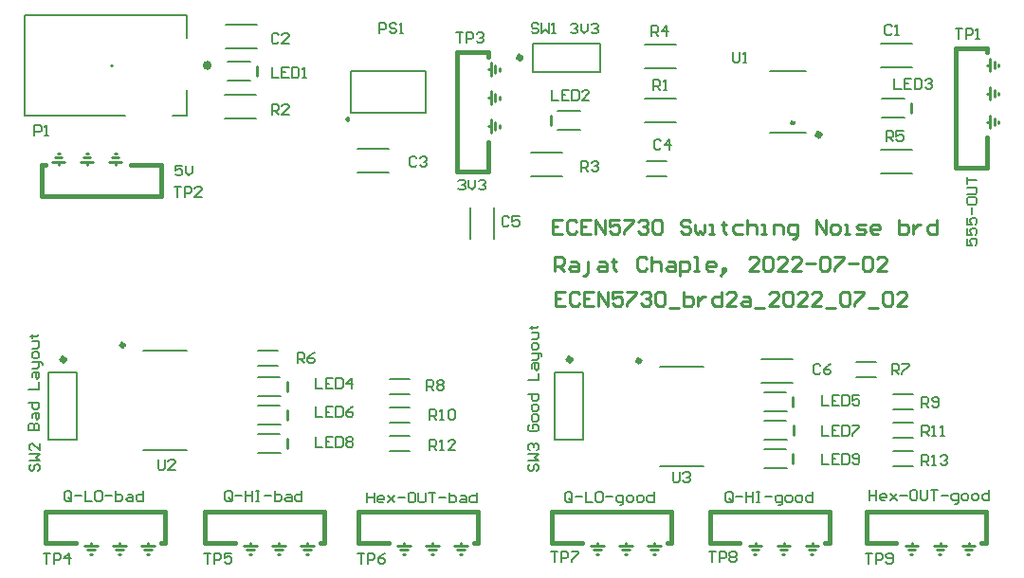
<source format=gto>
G04*
G04 #@! TF.GenerationSoftware,Altium Limited,Altium Designer,22.1.2 (22)*
G04*
G04 Layer_Color=65535*
%FSLAX25Y25*%
%MOIN*%
G70*
G04*
G04 #@! TF.SameCoordinates,52BC5A9B-E7CF-49AA-A5AC-D027EE08C1C4*
G04*
G04*
G04 #@! TF.FilePolarity,Positive*
G04*
G01*
G75*
%ADD10C,0.02000*%
%ADD11C,0.01575*%
%ADD12C,0.00600*%
%ADD13C,0.01500*%
%ADD14C,0.01181*%
%ADD15C,0.01000*%
%ADD16C,0.00787*%
%ADD17C,0.00500*%
%ADD18C,0.00787*%
%ADD19C,0.00900*%
D10*
X17155Y75911D02*
G03*
X17155Y75911I-500J0D01*
G01*
X177637Y182156D02*
G03*
X177637Y182156I-500J0D01*
G01*
X195156Y75911D02*
G03*
X195156Y75911I-500J0D01*
G01*
X282720Y155000D02*
G03*
X282720Y155000I-492J0D01*
G01*
D11*
X68110Y179400D02*
G03*
X68110Y179400I-787J0D01*
G01*
D12*
X117207Y160394D02*
G03*
X117207Y160394I-707J0D01*
G01*
X190500Y163300D02*
X198400D01*
X190600Y156700D02*
X198500D01*
X85100Y43200D02*
X93000D01*
X85000Y49800D02*
X92900D01*
X85100Y53200D02*
X93000D01*
X85000Y59800D02*
X92900D01*
X85100Y63200D02*
X93000D01*
X85000Y69800D02*
X92900D01*
X131300Y43800D02*
X138300D01*
X131300Y49200D02*
X138300D01*
X131300Y53800D02*
X138300D01*
X131300Y59200D02*
X138300D01*
X73760Y185300D02*
X84760D01*
X73760Y193700D02*
X84760D01*
X73500Y169200D02*
X84500D01*
X73500Y160800D02*
X84500D01*
X74600Y174200D02*
X82500D01*
X74500Y180800D02*
X82400D01*
X144200Y162700D02*
Y177300D01*
X117800D02*
X144200D01*
X117800Y162700D02*
Y177300D01*
Y162700D02*
X144200D01*
X263053Y57700D02*
X270953D01*
X262953Y64300D02*
X270853D01*
X263053Y37700D02*
X270953D01*
X262953Y44300D02*
X270853D01*
X263147Y47700D02*
X271047D01*
X263047Y54300D02*
X270947D01*
X308300Y38300D02*
X315300D01*
X308300Y43700D02*
X315300D01*
X308300Y48300D02*
X315300D01*
X308300Y53700D02*
X315300D01*
X308300Y58300D02*
X315300D01*
X308300Y63700D02*
X315300D01*
X262000Y76200D02*
X273000D01*
X262000Y67800D02*
X273000D01*
X295300Y69800D02*
X302300D01*
X295300Y75200D02*
X302300D01*
X221000Y178300D02*
X232000D01*
X221000Y186700D02*
X232000D01*
X221768Y140300D02*
X228768D01*
X221768Y145700D02*
X228768D01*
X221000Y159300D02*
X232000D01*
X221000Y167700D02*
X232000D01*
X304000Y149700D02*
X315000D01*
X304000Y141300D02*
X315000D01*
X304600Y161200D02*
X312500D01*
X304500Y167800D02*
X312400D01*
X304000Y178800D02*
X315000D01*
X304000Y187200D02*
X315000D01*
X131300Y63800D02*
X138300D01*
X131300Y69200D02*
X138300D01*
X85268Y73800D02*
X92269D01*
X85268Y79200D02*
X92269D01*
X120000Y150200D02*
X131000D01*
X120000Y141800D02*
X131000D01*
X168200Y118250D02*
Y129250D01*
X159800Y118250D02*
Y129250D01*
X181260Y148700D02*
X192260D01*
X181260Y140300D02*
X192260D01*
X334301Y118499D02*
Y116100D01*
X336101D01*
X335501Y117300D01*
Y117899D01*
X336101Y118499D01*
X337300D01*
X337900Y117899D01*
Y116700D01*
X337300Y116100D01*
X334301Y122098D02*
Y119699D01*
X336101D01*
X335501Y120898D01*
Y121498D01*
X336101Y122098D01*
X337300D01*
X337900Y121498D01*
Y120299D01*
X337300Y119699D01*
X334301Y125697D02*
Y123298D01*
X336101D01*
X335501Y124497D01*
Y125097D01*
X336101Y125697D01*
X337300D01*
X337900Y125097D01*
Y123898D01*
X337300Y123298D01*
X336101Y126897D02*
Y129296D01*
X334301Y132295D02*
Y131095D01*
X334901Y130495D01*
X337300D01*
X337900Y131095D01*
Y132295D01*
X337300Y132895D01*
X334901D01*
X334301Y132295D01*
Y134094D02*
X337300D01*
X337900Y134694D01*
Y135894D01*
X337300Y136493D01*
X334301D01*
Y137693D02*
Y140092D01*
Y138893D01*
X337900D01*
X155600Y138599D02*
X156200Y139199D01*
X157399D01*
X157999Y138599D01*
Y137999D01*
X157399Y137399D01*
X156800D01*
X157399D01*
X157999Y136800D01*
Y136200D01*
X157399Y135600D01*
X156200D01*
X155600Y136200D01*
X159199Y139199D02*
Y136800D01*
X160398Y135600D01*
X161598Y136800D01*
Y139199D01*
X162798Y138599D02*
X163398Y139199D01*
X164597D01*
X165197Y138599D01*
Y137999D01*
X164597Y137399D01*
X163997D01*
X164597D01*
X165197Y136800D01*
Y136200D01*
X164597Y135600D01*
X163398D01*
X162798Y136200D01*
X58499Y144199D02*
X56100D01*
Y142399D01*
X57300Y142999D01*
X57899D01*
X58499Y142399D01*
Y141200D01*
X57899Y140600D01*
X56700D01*
X56100Y141200D01*
X59699Y144199D02*
Y141800D01*
X60899Y140600D01*
X62098Y141800D01*
Y144199D01*
X300100Y29899D02*
Y26300D01*
Y28099D01*
X302499D01*
Y29899D01*
Y26300D01*
X305498D02*
X304299D01*
X303699Y26899D01*
Y28099D01*
X304299Y28699D01*
X305498D01*
X306098Y28099D01*
Y27499D01*
X303699D01*
X307298Y28699D02*
X309697Y26300D01*
X308497Y27499D01*
X309697Y28699D01*
X307298Y26300D01*
X310896Y28099D02*
X313296D01*
X316295Y29899D02*
X315095D01*
X314495Y29299D01*
Y26899D01*
X315095Y26300D01*
X316295D01*
X316895Y26899D01*
Y29299D01*
X316295Y29899D01*
X318094D02*
Y26899D01*
X318694Y26300D01*
X319894D01*
X320493Y26899D01*
Y29899D01*
X321693D02*
X324092D01*
X322893D01*
Y26300D01*
X325292Y28099D02*
X327691D01*
X330090Y25100D02*
X330690D01*
X331290Y25700D01*
Y28699D01*
X329490D01*
X328891Y28099D01*
Y26899D01*
X329490Y26300D01*
X331290D01*
X333089D02*
X334289D01*
X334889Y26899D01*
Y28099D01*
X334289Y28699D01*
X333089D01*
X332490Y28099D01*
Y26899D01*
X333089Y26300D01*
X336688D02*
X337888D01*
X338488Y26899D01*
Y28099D01*
X337888Y28699D01*
X336688D01*
X336088Y28099D01*
Y26899D01*
X336688Y26300D01*
X342087Y29899D02*
Y26300D01*
X340287D01*
X339687Y26899D01*
Y28099D01*
X340287Y28699D01*
X342087D01*
X251999Y26399D02*
Y28799D01*
X251399Y29399D01*
X250200D01*
X249600Y28799D01*
Y26399D01*
X250200Y25800D01*
X251399D01*
X250800Y26999D02*
X251999Y25800D01*
X251399D02*
X251999Y26399D01*
X253199Y27599D02*
X255598D01*
X256798Y29399D02*
Y25800D01*
Y27599D01*
X259197D01*
Y29399D01*
Y25800D01*
X260397Y29399D02*
X261596D01*
X260996D01*
Y25800D01*
X260397D01*
X261596D01*
X263396Y27599D02*
X265795D01*
X268194Y24600D02*
X268794D01*
X269394Y25200D01*
Y28199D01*
X267594D01*
X266994Y27599D01*
Y26399D01*
X267594Y25800D01*
X269394D01*
X271193D02*
X272393D01*
X272992Y26399D01*
Y27599D01*
X272393Y28199D01*
X271193D01*
X270593Y27599D01*
Y26399D01*
X271193Y25800D01*
X274792D02*
X275992D01*
X276591Y26399D01*
Y27599D01*
X275992Y28199D01*
X274792D01*
X274192Y27599D01*
Y26399D01*
X274792Y25800D01*
X280190Y29399D02*
Y25800D01*
X278391D01*
X277791Y26399D01*
Y27599D01*
X278391Y28199D01*
X280190D01*
X195499Y26399D02*
Y28799D01*
X194899Y29399D01*
X193700D01*
X193100Y28799D01*
Y26399D01*
X193700Y25800D01*
X194899D01*
X194300Y26999D02*
X195499Y25800D01*
X194899D02*
X195499Y26399D01*
X196699Y27599D02*
X199098D01*
X200298Y29399D02*
Y25800D01*
X202697D01*
X205696Y29399D02*
X204496D01*
X203896Y28799D01*
Y26399D01*
X204496Y25800D01*
X205696D01*
X206296Y26399D01*
Y28799D01*
X205696Y29399D01*
X207495Y27599D02*
X209895D01*
X212294Y24600D02*
X212894D01*
X213493Y25200D01*
Y28199D01*
X211694D01*
X211094Y27599D01*
Y26399D01*
X211694Y25800D01*
X213493D01*
X215293D02*
X216493D01*
X217092Y26399D01*
Y27599D01*
X216493Y28199D01*
X215293D01*
X214693Y27599D01*
Y26399D01*
X215293Y25800D01*
X218892D02*
X220091D01*
X220691Y26399D01*
Y27599D01*
X220091Y28199D01*
X218892D01*
X218292Y27599D01*
Y26399D01*
X218892Y25800D01*
X224290Y29399D02*
Y25800D01*
X222491D01*
X221891Y26399D01*
Y27599D01*
X222491Y28199D01*
X224290D01*
X123600Y29199D02*
Y25600D01*
Y27399D01*
X125999D01*
Y29199D01*
Y25600D01*
X128998D02*
X127799D01*
X127199Y26200D01*
Y27399D01*
X127799Y27999D01*
X128998D01*
X129598Y27399D01*
Y26800D01*
X127199D01*
X130798Y27999D02*
X133197Y25600D01*
X131997Y26800D01*
X133197Y27999D01*
X130798Y25600D01*
X134397Y27399D02*
X136796D01*
X139795Y29199D02*
X138595D01*
X137995Y28599D01*
Y26200D01*
X138595Y25600D01*
X139795D01*
X140395Y26200D01*
Y28599D01*
X139795Y29199D01*
X141594D02*
Y26200D01*
X142194Y25600D01*
X143394D01*
X143993Y26200D01*
Y29199D01*
X145193D02*
X147592D01*
X146393D01*
Y25600D01*
X148792Y27399D02*
X151191D01*
X152391Y29199D02*
Y25600D01*
X154190D01*
X154790Y26200D01*
Y26800D01*
Y27399D01*
X154190Y27999D01*
X152391D01*
X156589D02*
X157789D01*
X158389Y27399D01*
Y25600D01*
X156589D01*
X155990Y26200D01*
X156589Y26800D01*
X158389D01*
X161988Y29199D02*
Y25600D01*
X160188D01*
X159588Y26200D01*
Y27399D01*
X160188Y27999D01*
X161988D01*
X75999Y26700D02*
Y29099D01*
X75399Y29699D01*
X74200D01*
X73600Y29099D01*
Y26700D01*
X74200Y26100D01*
X75399D01*
X74800Y27300D02*
X75999Y26100D01*
X75399D02*
X75999Y26700D01*
X77199Y27899D02*
X79598D01*
X80798Y29699D02*
Y26100D01*
Y27899D01*
X83197D01*
Y29699D01*
Y26100D01*
X84396Y29699D02*
X85596D01*
X84996D01*
Y26100D01*
X84396D01*
X85596D01*
X87396Y27899D02*
X89795D01*
X90994Y29699D02*
Y26100D01*
X92794D01*
X93394Y26700D01*
Y27300D01*
Y27899D01*
X92794Y28499D01*
X90994D01*
X95193D02*
X96393D01*
X96992Y27899D01*
Y26100D01*
X95193D01*
X94593Y26700D01*
X95193Y27300D01*
X96992D01*
X100591Y29699D02*
Y26100D01*
X98792D01*
X98192Y26700D01*
Y27899D01*
X98792Y28499D01*
X100591D01*
X19499Y26700D02*
Y29099D01*
X18899Y29699D01*
X17700D01*
X17100Y29099D01*
Y26700D01*
X17700Y26100D01*
X18899D01*
X18300Y27300D02*
X19499Y26100D01*
X18899D02*
X19499Y26700D01*
X20699Y27899D02*
X23098D01*
X24298Y29699D02*
Y26100D01*
X26697D01*
X29696Y29699D02*
X28496D01*
X27896Y29099D01*
Y26700D01*
X28496Y26100D01*
X29696D01*
X30296Y26700D01*
Y29099D01*
X29696Y29699D01*
X31495Y27899D02*
X33895D01*
X35094Y29699D02*
Y26100D01*
X36894D01*
X37493Y26700D01*
Y27300D01*
Y27899D01*
X36894Y28499D01*
X35094D01*
X39293D02*
X40492D01*
X41092Y27899D01*
Y26100D01*
X39293D01*
X38693Y26700D01*
X39293Y27300D01*
X41092D01*
X44691Y29699D02*
Y26100D01*
X42892D01*
X42292Y26700D01*
Y27899D01*
X42892Y28499D01*
X44691D01*
X195100Y193599D02*
X195700Y194199D01*
X196899D01*
X197499Y193599D01*
Y192999D01*
X196899Y192399D01*
X196300D01*
X196899D01*
X197499Y191800D01*
Y191200D01*
X196899Y190600D01*
X195700D01*
X195100Y191200D01*
X198699Y194199D02*
Y191800D01*
X199899Y190600D01*
X201098Y191800D01*
Y194199D01*
X202298Y193599D02*
X202898Y194199D01*
X204097D01*
X204697Y193599D01*
Y192999D01*
X204097Y192399D01*
X203497D01*
X204097D01*
X204697Y191800D01*
Y191200D01*
X204097Y190600D01*
X202898D01*
X202298Y191200D01*
X180701Y52999D02*
X180102Y52399D01*
Y51200D01*
X180701Y50600D01*
X183101D01*
X183700Y51200D01*
Y52399D01*
X183101Y52999D01*
X181901D01*
Y51800D01*
X183700Y54799D02*
Y55998D01*
X183101Y56598D01*
X181901D01*
X181301Y55998D01*
Y54799D01*
X181901Y54199D01*
X183101D01*
X183700Y54799D01*
Y58398D02*
Y59597D01*
X183101Y60197D01*
X181901D01*
X181301Y59597D01*
Y58398D01*
X181901Y57798D01*
X183101D01*
X183700Y58398D01*
X180102Y63796D02*
X183700D01*
Y61996D01*
X183101Y61396D01*
X181901D01*
X181301Y61996D01*
Y63796D01*
X180102Y68594D02*
X183700D01*
Y70993D01*
X181301Y72793D02*
Y73993D01*
X181901Y74592D01*
X183700D01*
Y72793D01*
X183101Y72193D01*
X182501Y72793D01*
Y74592D01*
X181301Y75792D02*
X183101D01*
X183700Y76392D01*
Y78191D01*
X184300D01*
X184900Y77591D01*
Y76991D01*
X183700Y78191D02*
X181301D01*
X183700Y79991D02*
Y81190D01*
X183101Y81790D01*
X181901D01*
X181301Y81190D01*
Y79991D01*
X181901Y79391D01*
X183101D01*
X183700Y79991D01*
X181301Y82990D02*
X183101D01*
X183700Y83589D01*
Y85389D01*
X181301D01*
X180701Y87188D02*
X181301D01*
Y86588D01*
Y87788D01*
Y87188D01*
X183101D01*
X183700Y87788D01*
X4602Y51100D02*
X8200D01*
Y52899D01*
X7601Y53499D01*
X7001D01*
X6401Y52899D01*
Y51100D01*
Y52899D01*
X5801Y53499D01*
X5201D01*
X4602Y52899D01*
Y51100D01*
X5801Y55299D02*
Y56498D01*
X6401Y57098D01*
X8200D01*
Y55299D01*
X7601Y54699D01*
X7001Y55299D01*
Y57098D01*
X4602Y60697D02*
X8200D01*
Y58898D01*
X7601Y58298D01*
X6401D01*
X5801Y58898D01*
Y60697D01*
X4602Y65495D02*
X8200D01*
Y67895D01*
X5801Y69694D02*
Y70894D01*
X6401Y71493D01*
X8200D01*
Y69694D01*
X7601Y69094D01*
X7001Y69694D01*
Y71493D01*
X5801Y72693D02*
X7601D01*
X8200Y73293D01*
Y75092D01*
X8800D01*
X9400Y74493D01*
Y73893D01*
X8200Y75092D02*
X5801D01*
X8200Y76892D02*
Y78091D01*
X7601Y78691D01*
X6401D01*
X5801Y78091D01*
Y76892D01*
X6401Y76292D01*
X7601D01*
X8200Y76892D01*
X5801Y79891D02*
X7601D01*
X8200Y80490D01*
Y82290D01*
X5801D01*
X5201Y84089D02*
X5801D01*
Y83490D01*
Y84689D01*
Y84089D01*
X7601D01*
X8200Y84689D01*
X231001Y36299D02*
Y33300D01*
X231601Y32701D01*
X232800D01*
X233400Y33300D01*
Y36299D01*
X234600Y35700D02*
X235200Y36299D01*
X236399D01*
X236999Y35700D01*
Y35100D01*
X236399Y34500D01*
X235799D01*
X236399D01*
X236999Y33900D01*
Y33300D01*
X236399Y32701D01*
X235200D01*
X234600Y33300D01*
X50001Y40799D02*
Y37800D01*
X50601Y37201D01*
X51800D01*
X52400Y37800D01*
Y40799D01*
X55999Y37201D02*
X53600D01*
X55999Y39600D01*
Y40200D01*
X55399Y40799D01*
X54200D01*
X53600Y40200D01*
X252100Y183999D02*
Y181000D01*
X252700Y180400D01*
X253899D01*
X254499Y181000D01*
Y183999D01*
X255699Y180400D02*
X256898D01*
X256299D01*
Y183999D01*
X255699Y183399D01*
X298702Y7799D02*
X301101D01*
X299901D01*
Y4201D01*
X302300D02*
Y7799D01*
X304100D01*
X304700Y7200D01*
Y6000D01*
X304100Y5400D01*
X302300D01*
X305899Y4800D02*
X306499Y4201D01*
X307699D01*
X308298Y4800D01*
Y7200D01*
X307699Y7799D01*
X306499D01*
X305899Y7200D01*
Y6600D01*
X306499Y6000D01*
X308298D01*
X243702Y8299D02*
X246101D01*
X244901D01*
Y4701D01*
X247300D02*
Y8299D01*
X249100D01*
X249700Y7700D01*
Y6500D01*
X249100Y5900D01*
X247300D01*
X250899Y7700D02*
X251499Y8299D01*
X252699D01*
X253298Y7700D01*
Y7100D01*
X252699Y6500D01*
X253298Y5900D01*
Y5300D01*
X252699Y4701D01*
X251499D01*
X250899Y5300D01*
Y5900D01*
X251499Y6500D01*
X250899Y7100D01*
Y7700D01*
X251499Y6500D02*
X252699D01*
X188201Y8299D02*
X190601D01*
X189401D01*
Y4701D01*
X191800D02*
Y8299D01*
X193600D01*
X194200Y7700D01*
Y6500D01*
X193600Y5900D01*
X191800D01*
X195399Y8299D02*
X197799D01*
Y7700D01*
X195399Y5300D01*
Y4701D01*
X120202Y7799D02*
X122601D01*
X121401D01*
Y4201D01*
X123800D02*
Y7799D01*
X125600D01*
X126200Y7200D01*
Y6000D01*
X125600Y5400D01*
X123800D01*
X129798Y7799D02*
X128599Y7200D01*
X127399Y6000D01*
Y4800D01*
X127999Y4201D01*
X129199D01*
X129798Y4800D01*
Y5400D01*
X129199Y6000D01*
X127399D01*
X66202Y7799D02*
X68601D01*
X67401D01*
Y4201D01*
X69800D02*
Y7799D01*
X71600D01*
X72200Y7200D01*
Y6000D01*
X71600Y5400D01*
X69800D01*
X75798Y7799D02*
X73399D01*
Y6000D01*
X74599Y6600D01*
X75199D01*
X75798Y6000D01*
Y4800D01*
X75199Y4201D01*
X73999D01*
X73399Y4800D01*
X9702Y7799D02*
X12101D01*
X10901D01*
Y4201D01*
X13300D02*
Y7799D01*
X15100D01*
X15700Y7200D01*
Y6000D01*
X15100Y5400D01*
X13300D01*
X18699Y4201D02*
Y7799D01*
X16899Y6000D01*
X19298D01*
X154800Y190999D02*
X157199D01*
X156000D01*
Y187400D01*
X158399D02*
Y190999D01*
X160198D01*
X160798Y190399D01*
Y189199D01*
X160198Y188600D01*
X158399D01*
X161998Y190399D02*
X162598Y190999D01*
X163797D01*
X164397Y190399D01*
Y189799D01*
X163797Y189199D01*
X163197D01*
X163797D01*
X164397Y188600D01*
Y188000D01*
X163797Y187400D01*
X162598D01*
X161998Y188000D01*
X55702Y136799D02*
X58101D01*
X56901D01*
Y133201D01*
X59300D02*
Y136799D01*
X61100D01*
X61700Y136200D01*
Y135000D01*
X61100Y134400D01*
X59300D01*
X65298Y133201D02*
X62899D01*
X65298Y135600D01*
Y136200D01*
X64699Y136799D01*
X63499D01*
X62899Y136200D01*
X330400Y192399D02*
X332799D01*
X331600D01*
Y188800D01*
X333999D02*
Y192399D01*
X335798D01*
X336398Y191799D01*
Y190599D01*
X335798Y190000D01*
X333999D01*
X337598Y188800D02*
X338797D01*
X338197D01*
Y192399D01*
X337598Y191799D01*
X180800Y39101D02*
X180201Y38501D01*
Y37301D01*
X180800Y36702D01*
X181400D01*
X182000Y37301D01*
Y38501D01*
X182600Y39101D01*
X183200D01*
X183799Y38501D01*
Y37301D01*
X183200Y36702D01*
X180201Y40300D02*
X183799D01*
X182600Y41500D01*
X183799Y42700D01*
X180201D01*
X180800Y43899D02*
X180201Y44499D01*
Y45699D01*
X180800Y46299D01*
X181400D01*
X182000Y45699D01*
Y45099D01*
Y45699D01*
X182600Y46299D01*
X183200D01*
X183799Y45699D01*
Y44499D01*
X183200Y43899D01*
X5300Y39101D02*
X4701Y38501D01*
Y37301D01*
X5300Y36702D01*
X5900D01*
X6500Y37301D01*
Y38501D01*
X7100Y39101D01*
X7700D01*
X8299Y38501D01*
Y37301D01*
X7700Y36702D01*
X4701Y40300D02*
X8299D01*
X7100Y41500D01*
X8299Y42700D01*
X4701D01*
X8299Y46299D02*
Y43899D01*
X5900Y46299D01*
X5300D01*
X4701Y45699D01*
Y44499D01*
X5300Y43899D01*
X183701Y193700D02*
X183101Y194299D01*
X181901D01*
X181301Y193700D01*
Y193100D01*
X181901Y192500D01*
X183101D01*
X183701Y191900D01*
Y191300D01*
X183101Y190701D01*
X181901D01*
X181301Y191300D01*
X184900Y194299D02*
Y190701D01*
X186100Y191900D01*
X187299Y190701D01*
Y194299D01*
X188499Y190701D02*
X189699D01*
X189099D01*
Y194299D01*
X188499Y193700D01*
X318501Y38701D02*
Y42299D01*
X320301D01*
X320901Y41700D01*
Y40500D01*
X320301Y39900D01*
X318501D01*
X319701D02*
X320901Y38701D01*
X322100D02*
X323300D01*
X322700D01*
Y42299D01*
X322100Y41700D01*
X325099D02*
X325699Y42299D01*
X326899D01*
X327499Y41700D01*
Y41100D01*
X326899Y40500D01*
X326299D01*
X326899D01*
X327499Y39900D01*
Y39300D01*
X326899Y38701D01*
X325699D01*
X325099Y39300D01*
X145501Y44201D02*
Y47799D01*
X147301D01*
X147901Y47200D01*
Y46000D01*
X147301Y45400D01*
X145501D01*
X146701D02*
X147901Y44201D01*
X149100D02*
X150300D01*
X149700D01*
Y47799D01*
X149100Y47200D01*
X154499Y44201D02*
X152099D01*
X154499Y46600D01*
Y47200D01*
X153899Y47799D01*
X152699D01*
X152099Y47200D01*
X318601Y49201D02*
Y52799D01*
X320401D01*
X321001Y52200D01*
Y51000D01*
X320401Y50400D01*
X318601D01*
X319801D02*
X321001Y49201D01*
X322200D02*
X323400D01*
X322800D01*
Y52799D01*
X322200Y52200D01*
X325199Y49201D02*
X326399D01*
X325799D01*
Y52799D01*
X325199Y52200D01*
X145501Y54701D02*
Y58299D01*
X147301D01*
X147901Y57700D01*
Y56500D01*
X147301Y55900D01*
X145501D01*
X146701D02*
X147901Y54701D01*
X149100D02*
X150300D01*
X149700D01*
Y58299D01*
X149100Y57700D01*
X152099D02*
X152699Y58299D01*
X153899D01*
X154499Y57700D01*
Y55300D01*
X153899Y54701D01*
X152699D01*
X152099Y55300D01*
Y57700D01*
X318501Y59201D02*
Y62799D01*
X320300D01*
X320900Y62200D01*
Y61000D01*
X320300Y60400D01*
X318501D01*
X319701D02*
X320900Y59201D01*
X322100Y59800D02*
X322700Y59201D01*
X323899D01*
X324499Y59800D01*
Y62200D01*
X323899Y62799D01*
X322700D01*
X322100Y62200D01*
Y61600D01*
X322700Y61000D01*
X324499D01*
X144501Y65201D02*
Y68799D01*
X146300D01*
X146900Y68200D01*
Y67000D01*
X146300Y66400D01*
X144501D01*
X145701D02*
X146900Y65201D01*
X148100Y68200D02*
X148700Y68799D01*
X149899D01*
X150499Y68200D01*
Y67600D01*
X149899Y67000D01*
X150499Y66400D01*
Y65800D01*
X149899Y65201D01*
X148700D01*
X148100Y65800D01*
Y66400D01*
X148700Y67000D01*
X148100Y67600D01*
Y68200D01*
X148700Y67000D02*
X149899D01*
X308001Y70701D02*
Y74299D01*
X309800D01*
X310400Y73700D01*
Y72500D01*
X309800Y71900D01*
X308001D01*
X309201D02*
X310400Y70701D01*
X311600Y74299D02*
X313999D01*
Y73700D01*
X311600Y71300D01*
Y70701D01*
X98970Y74701D02*
Y78299D01*
X100769D01*
X101369Y77700D01*
Y76500D01*
X100769Y75900D01*
X98970D01*
X100169D02*
X101369Y74701D01*
X104967Y78299D02*
X103768Y77700D01*
X102568Y76500D01*
Y75300D01*
X103168Y74701D01*
X104368D01*
X104967Y75300D01*
Y75900D01*
X104368Y76500D01*
X102568D01*
X306001Y152701D02*
Y156299D01*
X307800D01*
X308400Y155700D01*
Y154500D01*
X307800Y153900D01*
X306001D01*
X307201D02*
X308400Y152701D01*
X311999Y156299D02*
X309600D01*
Y154500D01*
X310799Y155100D01*
X311399D01*
X311999Y154500D01*
Y153300D01*
X311399Y152701D01*
X310200D01*
X309600Y153300D01*
X223501Y189701D02*
Y193299D01*
X225300D01*
X225900Y192700D01*
Y191500D01*
X225300Y190900D01*
X223501D01*
X224701D02*
X225900Y189701D01*
X228899D02*
Y193299D01*
X227100Y191500D01*
X229499D01*
X198761Y142201D02*
Y145799D01*
X200560D01*
X201160Y145200D01*
Y144000D01*
X200560Y143400D01*
X198761D01*
X199960D02*
X201160Y142201D01*
X202360Y145200D02*
X202959Y145799D01*
X204159D01*
X204759Y145200D01*
Y144600D01*
X204159Y144000D01*
X203559D01*
X204159D01*
X204759Y143400D01*
Y142800D01*
X204159Y142201D01*
X202959D01*
X202360Y142800D01*
X90001Y162201D02*
Y165799D01*
X91800D01*
X92400Y165200D01*
Y164000D01*
X91800Y163400D01*
X90001D01*
X91201D02*
X92400Y162201D01*
X95999D02*
X93600D01*
X95999Y164600D01*
Y165200D01*
X95399Y165799D01*
X94200D01*
X93600Y165200D01*
X224101Y170701D02*
Y174299D01*
X225900D01*
X226500Y173700D01*
Y172500D01*
X225900Y171900D01*
X224101D01*
X225300D02*
X226500Y170701D01*
X227700D02*
X228899D01*
X228299D01*
Y174299D01*
X227700Y173700D01*
X127801Y190701D02*
Y194299D01*
X129601D01*
X130201Y193700D01*
Y192500D01*
X129601Y191900D01*
X127801D01*
X133799Y193700D02*
X133200Y194299D01*
X132000D01*
X131400Y193700D01*
Y193100D01*
X132000Y192500D01*
X133200D01*
X133799Y191900D01*
Y191300D01*
X133200Y190701D01*
X132000D01*
X131400Y191300D01*
X134999Y190701D02*
X136199D01*
X135599D01*
Y194299D01*
X134999Y193700D01*
X6601Y154701D02*
Y158299D01*
X8400D01*
X9000Y157700D01*
Y156500D01*
X8400Y155900D01*
X6601D01*
X10200Y154701D02*
X11399D01*
X10799D01*
Y158299D01*
X10200Y157700D01*
X283402Y42799D02*
Y39201D01*
X285801D01*
X289400Y42799D02*
X287001D01*
Y39201D01*
X289400D01*
X287001Y41000D02*
X288201D01*
X290600Y42799D02*
Y39201D01*
X292399D01*
X292999Y39800D01*
Y42200D01*
X292399Y42799D01*
X290600D01*
X294199Y39800D02*
X294798Y39201D01*
X295998D01*
X296598Y39800D01*
Y42200D01*
X295998Y42799D01*
X294798D01*
X294199Y42200D01*
Y41600D01*
X294798Y41000D01*
X296598D01*
X105402Y48799D02*
Y45201D01*
X107801D01*
X111400Y48799D02*
X109001D01*
Y45201D01*
X111400D01*
X109001Y47000D02*
X110201D01*
X112600Y48799D02*
Y45201D01*
X114399D01*
X114999Y45800D01*
Y48200D01*
X114399Y48799D01*
X112600D01*
X116199Y48200D02*
X116798Y48799D01*
X117998D01*
X118598Y48200D01*
Y47600D01*
X117998Y47000D01*
X118598Y46400D01*
Y45800D01*
X117998Y45201D01*
X116798D01*
X116199Y45800D01*
Y46400D01*
X116798Y47000D01*
X116199Y47600D01*
Y48200D01*
X116798Y47000D02*
X117998D01*
X283402Y52799D02*
Y49201D01*
X285801D01*
X289400Y52799D02*
X287001D01*
Y49201D01*
X289400D01*
X287001Y51000D02*
X288201D01*
X290600Y52799D02*
Y49201D01*
X292399D01*
X292999Y49800D01*
Y52200D01*
X292399Y52799D01*
X290600D01*
X294199D02*
X296598D01*
Y52200D01*
X294199Y49800D01*
Y49201D01*
X105355Y59299D02*
Y55701D01*
X107754D01*
X111353Y59299D02*
X108954D01*
Y55701D01*
X111353D01*
X108954Y57500D02*
X110153D01*
X112553Y59299D02*
Y55701D01*
X114352D01*
X114952Y56300D01*
Y58700D01*
X114352Y59299D01*
X112553D01*
X118551D02*
X117351Y58700D01*
X116151Y57500D01*
Y56300D01*
X116751Y55701D01*
X117951D01*
X118551Y56300D01*
Y56900D01*
X117951Y57500D01*
X116151D01*
X283402Y63299D02*
Y59701D01*
X285801D01*
X289400Y63299D02*
X287001D01*
Y59701D01*
X289400D01*
X287001Y61500D02*
X288201D01*
X290600Y63299D02*
Y59701D01*
X292399D01*
X292999Y60300D01*
Y62700D01*
X292399Y63299D01*
X290600D01*
X296598D02*
X294199D01*
Y61500D01*
X295398Y62100D01*
X295998D01*
X296598Y61500D01*
Y60300D01*
X295998Y59701D01*
X294798D01*
X294199Y60300D01*
X105402Y69299D02*
Y65701D01*
X107801D01*
X111400Y69299D02*
X109001D01*
Y65701D01*
X111400D01*
X109001Y67500D02*
X110201D01*
X112600Y69299D02*
Y65701D01*
X114399D01*
X114999Y66300D01*
Y68700D01*
X114399Y69299D01*
X112600D01*
X117998Y65701D02*
Y69299D01*
X116199Y67500D01*
X118598D01*
X308902Y174799D02*
Y171201D01*
X311301D01*
X314900Y174799D02*
X312501D01*
Y171201D01*
X314900D01*
X312501Y173000D02*
X313701D01*
X316100Y174799D02*
Y171201D01*
X317899D01*
X318499Y171800D01*
Y174200D01*
X317899Y174799D01*
X316100D01*
X319699Y174200D02*
X320299Y174799D01*
X321498D01*
X322098Y174200D01*
Y173600D01*
X321498Y173000D01*
X320898D01*
X321498D01*
X322098Y172400D01*
Y171800D01*
X321498Y171201D01*
X320299D01*
X319699Y171800D01*
X188402Y170799D02*
Y167201D01*
X190801D01*
X194400Y170799D02*
X192001D01*
Y167201D01*
X194400D01*
X192001Y169000D02*
X193201D01*
X195600Y170799D02*
Y167201D01*
X197399D01*
X197999Y167800D01*
Y170200D01*
X197399Y170799D01*
X195600D01*
X201598Y167201D02*
X199199D01*
X201598Y169600D01*
Y170200D01*
X200998Y170799D01*
X199799D01*
X199199Y170200D01*
X90002Y178799D02*
Y175201D01*
X92401D01*
X96000Y178799D02*
X93601D01*
Y175201D01*
X96000D01*
X93601Y177000D02*
X94800D01*
X97200Y178799D02*
Y175201D01*
X98999D01*
X99599Y175800D01*
Y178200D01*
X98999Y178799D01*
X97200D01*
X100798Y175201D02*
X101998D01*
X101398D01*
Y178799D01*
X100798Y178200D01*
X282900Y73700D02*
X282300Y74299D01*
X281101D01*
X280501Y73700D01*
Y71300D01*
X281101Y70701D01*
X282300D01*
X282900Y71300D01*
X286499Y74299D02*
X285299Y73700D01*
X284100Y72500D01*
Y71300D01*
X284700Y70701D01*
X285899D01*
X286499Y71300D01*
Y71900D01*
X285899Y72500D01*
X284100D01*
X173400Y125700D02*
X172800Y126299D01*
X171601D01*
X171001Y125700D01*
Y123300D01*
X171601Y122701D01*
X172800D01*
X173400Y123300D01*
X176999Y126299D02*
X174600D01*
Y124500D01*
X175799Y125100D01*
X176399D01*
X176999Y124500D01*
Y123300D01*
X176399Y122701D01*
X175200D01*
X174600Y123300D01*
X226837Y152700D02*
X226237Y153299D01*
X225038D01*
X224438Y152700D01*
Y150300D01*
X225038Y149701D01*
X226237D01*
X226837Y150300D01*
X229836Y149701D02*
Y153299D01*
X228037Y151500D01*
X230436D01*
X140900Y146700D02*
X140300Y147299D01*
X139101D01*
X138501Y146700D01*
Y144300D01*
X139101Y143701D01*
X140300D01*
X140900Y144300D01*
X142100Y146700D02*
X142700Y147299D01*
X143899D01*
X144499Y146700D01*
Y146100D01*
X143899Y145500D01*
X143299D01*
X143899D01*
X144499Y144900D01*
Y144300D01*
X143899Y143701D01*
X142700D01*
X142100Y144300D01*
X92400Y190200D02*
X91800Y190799D01*
X90601D01*
X90001Y190200D01*
Y187800D01*
X90601Y187201D01*
X91800D01*
X92400Y187800D01*
X95999Y187201D02*
X93600D01*
X95999Y189600D01*
Y190200D01*
X95399Y190799D01*
X94200D01*
X93600Y190200D01*
X308000Y193200D02*
X307400Y193799D01*
X306201D01*
X305601Y193200D01*
Y190800D01*
X306201Y190201D01*
X307400D01*
X308000Y190800D01*
X309200Y190201D02*
X310399D01*
X309799D01*
Y193799D01*
X309200Y193200D01*
D13*
X219500Y75500D02*
G03*
X219500Y75500I-500J0D01*
G01*
X38000Y81000D02*
G03*
X38000Y81000I-500J0D01*
G01*
X66500Y22500D02*
X108500D01*
Y11500D02*
Y22500D01*
X107000Y11500D02*
X108500D01*
X66500D02*
Y22500D01*
Y11500D02*
X77000D01*
X120500Y22500D02*
X162500D01*
Y11500D02*
Y22500D01*
X161000Y11500D02*
X162500D01*
X120500D02*
Y22500D01*
Y11500D02*
X131000D01*
X10500Y22500D02*
X52500D01*
Y11500D02*
Y22500D01*
X51000Y11500D02*
X52500D01*
X10500D02*
Y22500D01*
Y11500D02*
X21000D01*
X9000Y133500D02*
X51000D01*
X9000D02*
Y144500D01*
X10500D01*
X51000Y133500D02*
Y144500D01*
X40500D02*
X51000D01*
X166000Y142000D02*
Y152500D01*
X155000Y142000D02*
X166000D01*
Y182500D02*
Y184000D01*
X155000D02*
X166000D01*
X155000Y142000D02*
Y184000D01*
X299000Y22500D02*
X341000D01*
Y11500D02*
Y22500D01*
X339500Y11500D02*
X341000D01*
X299000D02*
Y22500D01*
Y11500D02*
X309500D01*
X244000Y22500D02*
X286000D01*
Y11500D02*
Y22500D01*
X284500Y11500D02*
X286000D01*
X244000D02*
Y22500D01*
Y11500D02*
X254500D01*
X188500Y22500D02*
X230500D01*
Y11500D02*
Y22500D01*
X229000Y11500D02*
X230500D01*
X188500D02*
Y22500D01*
Y11500D02*
X199000D01*
X341500Y143500D02*
Y154000D01*
X330500Y143500D02*
X341500D01*
Y184000D02*
Y185500D01*
X330500D02*
X341500D01*
X330500Y143500D02*
Y185500D01*
D14*
X273494Y159200D02*
G03*
X273494Y159200I-394J0D01*
G01*
D15*
X102023Y7500D02*
X102750D01*
X101250Y9000D02*
X103750D01*
X102500Y10500D02*
Y11527D01*
X100250Y10500D02*
X104750D01*
X92023Y7500D02*
X92750D01*
X91250Y9000D02*
X93750D01*
X92500Y10500D02*
Y11527D01*
X90250Y10500D02*
X94750D01*
X82023Y7500D02*
X82750D01*
X81250Y9000D02*
X83750D01*
X82500Y10500D02*
Y11527D01*
X80250Y10500D02*
X84750D01*
X156023Y7500D02*
X156750D01*
X155250Y9000D02*
X157750D01*
X156500Y10500D02*
Y11527D01*
X154250Y10500D02*
X158750D01*
X146023Y7500D02*
X146750D01*
X145250Y9000D02*
X147750D01*
X146500Y10500D02*
Y11527D01*
X144250Y10500D02*
X148750D01*
X136023Y7500D02*
X136750D01*
X135250Y9000D02*
X137750D01*
X136500Y10500D02*
Y11527D01*
X134250Y10500D02*
X138750D01*
X46023Y7500D02*
X46750D01*
X45250Y9000D02*
X47750D01*
X46500Y10500D02*
Y11527D01*
X44250Y10500D02*
X48750D01*
X36023Y7500D02*
X36750D01*
X35250Y9000D02*
X37750D01*
X36500Y10500D02*
Y11527D01*
X34250Y10500D02*
X38750D01*
X26023Y7500D02*
X26750D01*
X25250Y9000D02*
X27750D01*
X26500Y10500D02*
Y11527D01*
X24250Y10500D02*
X28750D01*
X14750Y148500D02*
X15477D01*
X13750Y147000D02*
X16250D01*
X15000Y144473D02*
Y145500D01*
X12750D02*
X17250D01*
X24750Y148500D02*
X25477D01*
X23750Y147000D02*
X26250D01*
X25000Y144473D02*
Y145500D01*
X22750D02*
X27250D01*
X34750Y148500D02*
X35477D01*
X33750Y147000D02*
X36250D01*
X35000Y144473D02*
Y145500D01*
X32750D02*
X37250D01*
X167000Y155750D02*
Y160250D01*
X165973Y158000D02*
X167000D01*
X168500Y156750D02*
Y159250D01*
X170000Y157523D02*
Y158250D01*
X167000Y165750D02*
Y170250D01*
X165973Y168000D02*
X167000D01*
X168500Y166750D02*
Y169250D01*
X170000Y167523D02*
Y168250D01*
X167000Y175750D02*
Y180250D01*
X165973Y178000D02*
X167000D01*
X168500Y176750D02*
Y179250D01*
X170000Y177523D02*
Y178250D01*
X33591Y179500D02*
X33622D01*
X334523Y7500D02*
X335250D01*
X333750Y9000D02*
X336250D01*
X335000Y10500D02*
Y11527D01*
X332750Y10500D02*
X337250D01*
X324523Y7500D02*
X325250D01*
X323750Y9000D02*
X326250D01*
X325000Y10500D02*
Y11527D01*
X322750Y10500D02*
X327250D01*
X314523Y7500D02*
X315250D01*
X313750Y9000D02*
X316250D01*
X315000Y10500D02*
Y11527D01*
X312750Y10500D02*
X317250D01*
X279523Y7500D02*
X280250D01*
X278750Y9000D02*
X281250D01*
X280000Y10500D02*
Y11527D01*
X277750Y10500D02*
X282250D01*
X269523Y7500D02*
X270250D01*
X268750Y9000D02*
X271250D01*
X270000Y10500D02*
Y11527D01*
X267750Y10500D02*
X272250D01*
X259523Y7500D02*
X260250D01*
X258750Y9000D02*
X261250D01*
X260000Y10500D02*
Y11527D01*
X257750Y10500D02*
X262250D01*
X224023Y7500D02*
X224750D01*
X223250Y9000D02*
X225750D01*
X224500Y10500D02*
Y11527D01*
X222250Y10500D02*
X226750D01*
X214023Y7500D02*
X214750D01*
X213250Y9000D02*
X215750D01*
X214500Y10500D02*
Y11527D01*
X212250Y10500D02*
X216750D01*
X204023Y7500D02*
X204750D01*
X203250Y9000D02*
X205750D01*
X204500Y10500D02*
Y11527D01*
X202250Y10500D02*
X206750D01*
X342500Y157250D02*
Y161750D01*
X341473Y159500D02*
X342500D01*
X344000Y158250D02*
Y160750D01*
X345500Y159023D02*
Y159750D01*
X342500Y167250D02*
Y171750D01*
X341473Y169500D02*
X342500D01*
X344000Y168250D02*
Y170750D01*
X345500Y169023D02*
Y169750D01*
X342500Y177250D02*
Y181750D01*
X341473Y179500D02*
X342500D01*
X344000Y178250D02*
Y180750D01*
X345500Y179023D02*
Y179750D01*
X188200Y158300D02*
Y161700D01*
X95300Y44800D02*
Y48200D01*
Y54800D02*
Y58200D01*
Y64800D02*
Y68200D01*
X84800Y175800D02*
Y179200D01*
X273253Y59300D02*
Y62700D01*
Y39300D02*
Y42700D01*
X273347Y49300D02*
Y52700D01*
X314800Y162800D02*
Y166200D01*
D16*
X11500Y47728D02*
Y71272D01*
X21465D01*
Y47728D02*
Y71272D01*
X11500Y47728D02*
X21465D01*
X205319Y177000D02*
Y186965D01*
X181775D02*
X205319D01*
X181775Y177000D02*
Y186965D01*
Y177000D02*
X205319D01*
X189500Y47728D02*
Y71272D01*
X199465D01*
Y47728D02*
Y71272D01*
X189500Y47728D02*
X199465D01*
D17*
X3276Y161784D02*
X38512D01*
X59969Y189000D02*
Y197216D01*
X3276D02*
X59969D01*
X3276Y161784D02*
Y197216D01*
X59969Y161784D02*
Y170800D01*
X55222Y161784D02*
X59969D01*
X226323Y38559D02*
X241677D01*
X226323Y73441D02*
X241677D01*
X44823Y78941D02*
X60177D01*
X44823Y44059D02*
X60177D01*
D18*
X265202Y177400D02*
X277800D01*
X265200Y155600D02*
X277798D01*
D19*
X192232Y125065D02*
X188900D01*
Y120066D01*
X192232D01*
X188900Y122565D02*
X190566D01*
X197231Y124231D02*
X196398Y125065D01*
X194731D01*
X193898Y124231D01*
Y120899D01*
X194731Y120066D01*
X196398D01*
X197231Y120899D01*
X202229Y125065D02*
X198897D01*
Y120066D01*
X202229D01*
X198897Y122565D02*
X200563D01*
X203895Y120066D02*
Y125065D01*
X207227Y120066D01*
Y125065D01*
X212226D02*
X208893D01*
Y122565D01*
X210560Y123398D01*
X211393D01*
X212226Y122565D01*
Y120899D01*
X211393Y120066D01*
X209727D01*
X208893Y120899D01*
X213892Y125065D02*
X217224D01*
Y124231D01*
X213892Y120899D01*
Y120066D01*
X218890Y124231D02*
X219723Y125065D01*
X221390D01*
X222222Y124231D01*
Y123398D01*
X221390Y122565D01*
X220556D01*
X221390D01*
X222222Y121732D01*
Y120899D01*
X221390Y120066D01*
X219723D01*
X218890Y120899D01*
X223889Y124231D02*
X224722Y125065D01*
X226388D01*
X227221Y124231D01*
Y120899D01*
X226388Y120066D01*
X224722D01*
X223889Y120899D01*
Y124231D01*
X237218D02*
X236385Y125065D01*
X234718D01*
X233885Y124231D01*
Y123398D01*
X234718Y122565D01*
X236385D01*
X237218Y121732D01*
Y120899D01*
X236385Y120066D01*
X234718D01*
X233885Y120899D01*
X238884Y123398D02*
Y120899D01*
X239717Y120066D01*
X240550Y120899D01*
X241383Y120066D01*
X242216Y120899D01*
Y123398D01*
X243882Y120066D02*
X245548D01*
X244715D01*
Y123398D01*
X243882D01*
X248881Y124231D02*
Y123398D01*
X248047D01*
X249714D01*
X248881D01*
Y120899D01*
X249714Y120066D01*
X255545Y123398D02*
X253046D01*
X252213Y122565D01*
Y120899D01*
X253046Y120066D01*
X255545D01*
X257211Y125065D02*
Y120066D01*
Y122565D01*
X258044Y123398D01*
X259710D01*
X260543Y122565D01*
Y120066D01*
X262210D02*
X263876D01*
X263043D01*
Y123398D01*
X262210D01*
X266375Y120066D02*
Y123398D01*
X268874D01*
X269707Y122565D01*
Y120066D01*
X273039Y118400D02*
X273872D01*
X274706Y119233D01*
Y123398D01*
X272206D01*
X271373Y122565D01*
Y120899D01*
X272206Y120066D01*
X274706D01*
X281370D02*
Y125065D01*
X284702Y120066D01*
Y125065D01*
X287201Y120066D02*
X288868D01*
X289701Y120899D01*
Y122565D01*
X288868Y123398D01*
X287201D01*
X286368Y122565D01*
Y120899D01*
X287201Y120066D01*
X291367D02*
X293033D01*
X292200D01*
Y123398D01*
X291367D01*
X295532Y120066D02*
X298031D01*
X298864Y120899D01*
X298031Y121732D01*
X296365D01*
X295532Y122565D01*
X296365Y123398D01*
X298864D01*
X303030Y120066D02*
X301364D01*
X300531Y120899D01*
Y122565D01*
X301364Y123398D01*
X303030D01*
X303863Y122565D01*
Y121732D01*
X300531D01*
X310527Y125065D02*
Y120066D01*
X313026D01*
X313860Y120899D01*
Y121732D01*
Y122565D01*
X313026Y123398D01*
X310527D01*
X315526D02*
Y120066D01*
Y121732D01*
X316359Y122565D01*
X317192Y123398D01*
X318025D01*
X323856Y125065D02*
Y120066D01*
X321357D01*
X320524Y120899D01*
Y122565D01*
X321357Y123398D01*
X323856D01*
X189400Y107066D02*
Y112065D01*
X191899D01*
X192732Y111231D01*
Y109565D01*
X191899Y108732D01*
X189400D01*
X191066D02*
X192732Y107066D01*
X195231Y110398D02*
X196898D01*
X197731Y109565D01*
Y107066D01*
X195231D01*
X194398Y107899D01*
X195231Y108732D01*
X197731D01*
X199397Y105400D02*
X200230D01*
X201063Y106233D01*
Y110398D01*
X205228D02*
X206894D01*
X207727Y109565D01*
Y107066D01*
X205228D01*
X204395Y107899D01*
X205228Y108732D01*
X207727D01*
X210227Y111231D02*
Y110398D01*
X209394D01*
X211060D01*
X210227D01*
Y107899D01*
X211060Y107066D01*
X221889Y111231D02*
X221056Y112065D01*
X219390D01*
X218557Y111231D01*
Y107899D01*
X219390Y107066D01*
X221056D01*
X221889Y107899D01*
X223556Y112065D02*
Y107066D01*
Y109565D01*
X224389Y110398D01*
X226055D01*
X226888Y109565D01*
Y107066D01*
X229387Y110398D02*
X231053D01*
X231886Y109565D01*
Y107066D01*
X229387D01*
X228554Y107899D01*
X229387Y108732D01*
X231886D01*
X233552Y105400D02*
Y110398D01*
X236052D01*
X236885Y109565D01*
Y107899D01*
X236052Y107066D01*
X233552D01*
X238551D02*
X240217D01*
X239384D01*
Y112065D01*
X238551D01*
X245215Y107066D02*
X243549D01*
X242716Y107899D01*
Y109565D01*
X243549Y110398D01*
X245215D01*
X246048Y109565D01*
Y108732D01*
X242716D01*
X248548Y106233D02*
X249381Y107066D01*
Y107899D01*
X248548D01*
Y107066D01*
X249381D01*
X248548Y106233D01*
X247714Y105400D01*
X261044Y107066D02*
X257711D01*
X261044Y110398D01*
Y111231D01*
X260210Y112065D01*
X258544D01*
X257711Y111231D01*
X262710D02*
X263543Y112065D01*
X265209D01*
X266042Y111231D01*
Y107899D01*
X265209Y107066D01*
X263543D01*
X262710Y107899D01*
Y111231D01*
X271040Y107066D02*
X267708D01*
X271040Y110398D01*
Y111231D01*
X270207Y112065D01*
X268541D01*
X267708Y111231D01*
X276039Y107066D02*
X272706D01*
X276039Y110398D01*
Y111231D01*
X275205Y112065D01*
X273539D01*
X272706Y111231D01*
X277705Y109565D02*
X281037D01*
X282703Y111231D02*
X283536Y112065D01*
X285202D01*
X286035Y111231D01*
Y107899D01*
X285202Y107066D01*
X283536D01*
X282703Y107899D01*
Y111231D01*
X287702Y112065D02*
X291034D01*
Y111231D01*
X287702Y107899D01*
Y107066D01*
X292700Y109565D02*
X296032D01*
X297698Y111231D02*
X298531Y112065D01*
X300197D01*
X301030Y111231D01*
Y107899D01*
X300197Y107066D01*
X298531D01*
X297698Y107899D01*
Y111231D01*
X306029Y107066D02*
X302697D01*
X306029Y110398D01*
Y111231D01*
X305196Y112065D01*
X303530D01*
X302697Y111231D01*
X193232Y99731D02*
X189900D01*
Y94733D01*
X193232D01*
X189900Y97232D02*
X191566D01*
X198231Y98898D02*
X197398Y99731D01*
X195731D01*
X194898Y98898D01*
Y95566D01*
X195731Y94733D01*
X197398D01*
X198231Y95566D01*
X203229Y99731D02*
X199897D01*
Y94733D01*
X203229D01*
X199897Y97232D02*
X201563D01*
X204895Y94733D02*
Y99731D01*
X208227Y94733D01*
Y99731D01*
X213226D02*
X209893D01*
Y97232D01*
X211560Y98065D01*
X212393D01*
X213226Y97232D01*
Y95566D01*
X212393Y94733D01*
X210727D01*
X209893Y95566D01*
X214892Y99731D02*
X218224D01*
Y98898D01*
X214892Y95566D01*
Y94733D01*
X219890Y98898D02*
X220723Y99731D01*
X222390D01*
X223222Y98898D01*
Y98065D01*
X222390Y97232D01*
X221556D01*
X222390D01*
X223222Y96399D01*
Y95566D01*
X222390Y94733D01*
X220723D01*
X219890Y95566D01*
X224889Y98898D02*
X225722Y99731D01*
X227388D01*
X228221Y98898D01*
Y95566D01*
X227388Y94733D01*
X225722D01*
X224889Y95566D01*
Y98898D01*
X229887Y93900D02*
X233219D01*
X234885Y99731D02*
Y94733D01*
X237385D01*
X238218Y95566D01*
Y96399D01*
Y97232D01*
X237385Y98065D01*
X234885D01*
X239884D02*
Y94733D01*
Y96399D01*
X240717Y97232D01*
X241550Y98065D01*
X242383D01*
X248214Y99731D02*
Y94733D01*
X245715D01*
X244882Y95566D01*
Y97232D01*
X245715Y98065D01*
X248214D01*
X253213Y94733D02*
X249881D01*
X253213Y98065D01*
Y98898D01*
X252380Y99731D01*
X250714D01*
X249881Y98898D01*
X255712Y98065D02*
X257378D01*
X258211Y97232D01*
Y94733D01*
X255712D01*
X254879Y95566D01*
X255712Y96399D01*
X258211D01*
X259877Y93900D02*
X263210D01*
X268208Y94733D02*
X264876D01*
X268208Y98065D01*
Y98898D01*
X267375Y99731D01*
X265709D01*
X264876Y98898D01*
X269874D02*
X270707Y99731D01*
X272373D01*
X273206Y98898D01*
Y95566D01*
X272373Y94733D01*
X270707D01*
X269874Y95566D01*
Y98898D01*
X278205Y94733D02*
X274872D01*
X278205Y98065D01*
Y98898D01*
X277372Y99731D01*
X275706D01*
X274872Y98898D01*
X283203Y94733D02*
X279871D01*
X283203Y98065D01*
Y98898D01*
X282370Y99731D01*
X280704D01*
X279871Y98898D01*
X284869Y93900D02*
X288201D01*
X289868Y98898D02*
X290701Y99731D01*
X292367D01*
X293200Y98898D01*
Y95566D01*
X292367Y94733D01*
X290701D01*
X289868Y95566D01*
Y98898D01*
X294866Y99731D02*
X298198D01*
Y98898D01*
X294866Y95566D01*
Y94733D01*
X299864Y93900D02*
X303197D01*
X304863Y98898D02*
X305696Y99731D01*
X307362D01*
X308195Y98898D01*
Y95566D01*
X307362Y94733D01*
X305696D01*
X304863Y95566D01*
Y98898D01*
X313193Y94733D02*
X309861D01*
X313193Y98065D01*
Y98898D01*
X312360Y99731D01*
X310694D01*
X309861Y98898D01*
M02*

</source>
